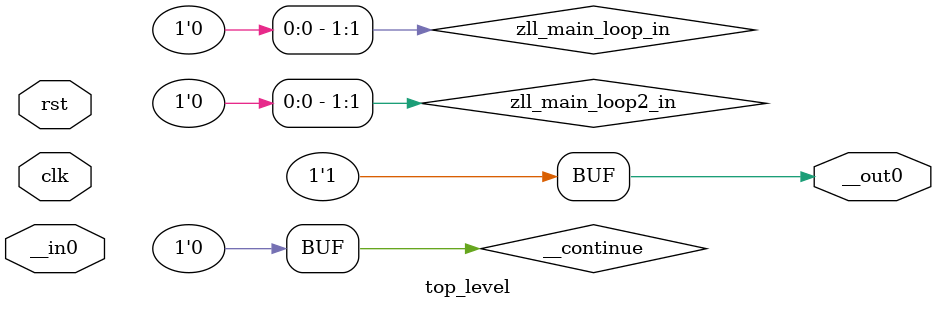
<source format=sv>
module top_level (input logic [0:0] clk,
  input logic [0:0] rst,
  input logic [0:0] __in0,
  output logic [0:0] __out0);
  logic [0:0] main_loop_in;
  logic [0:0] rewire_prelude_not1_in;
  logic [0:0] lit_in;
  logic [1:0] zll_main_loop_in;
  logic [1:0] zll_main_loop2_in;
  logic [0:0] __continue;
  logic [0:0] __resumption_tag;
  logic [0:0] __resumption_tag_next;
  assign main_loop_in = __resumption_tag;
  assign rewire_prelude_not1_in = main_loop_in[0];
  assign lit_in = rewire_prelude_not1_in[0];
  assign zll_main_loop_in = {1'h0, (lit_in[0] == 1'h1) ? 1'h0 : 1'h1};
  assign zll_main_loop2_in = zll_main_loop_in[1:0];
  assign {__continue, __out0, __resumption_tag_next} = {1'h1, zll_main_loop2_in[0]};
  initial __resumption_tag <= 1'h0;
  always @ (posedge clk or posedge rst) begin
    if (rst == 1'h1) begin
      __resumption_tag <= 1'h0;
    end else begin
      __resumption_tag <= __resumption_tag_next;
    end
  end
endmodule
</source>
